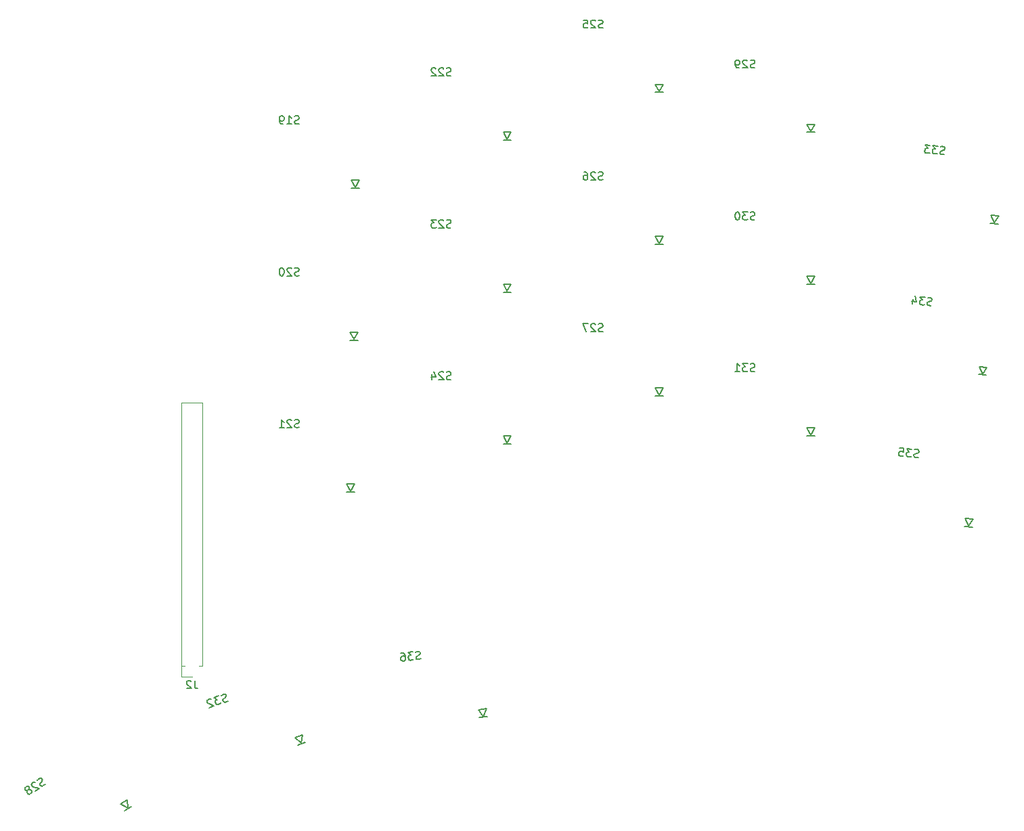
<source format=gbo>
G04 #@! TF.GenerationSoftware,KiCad,Pcbnew,7.0.7*
G04 #@! TF.CreationDate,2023-11-26T11:09:42-07:00*
G04 #@! TF.ProjectId,TypeStationX,54797065-5374-4617-9469-6f6e582e6b69,rev?*
G04 #@! TF.SameCoordinates,Original*
G04 #@! TF.FileFunction,Legend,Bot*
G04 #@! TF.FilePolarity,Positive*
%FSLAX46Y46*%
G04 Gerber Fmt 4.6, Leading zero omitted, Abs format (unit mm)*
G04 Created by KiCad (PCBNEW 7.0.7) date 2023-11-26 11:09:42*
%MOMM*%
%LPD*%
G01*
G04 APERTURE LIST*
G04 Aperture macros list*
%AMRotRect*
0 Rectangle, with rotation*
0 The origin of the aperture is its center*
0 $1 length*
0 $2 width*
0 $3 Rotation angle, in degrees counterclockwise*
0 Add horizontal line*
21,1,$1,$2,0,0,$3*%
G04 Aperture macros list end*
%ADD10C,0.150000*%
%ADD11C,0.120000*%
%ADD12C,1.750000*%
%ADD13C,4.000000*%
%ADD14C,2.500000*%
%ADD15R,1.300000X1.400000*%
%ADD16RotRect,1.400000X1.300000X276.000000*%
%ADD17RotRect,1.400000X1.300000X265.000000*%
%ADD18RotRect,1.400000X1.300000X289.000000*%
%ADD19R,1.700000X1.700000*%
%ADD20O,1.700000X1.700000*%
%ADD21RotRect,1.400000X1.300000X302.000000*%
G04 APERTURE END LIST*
D10*
X251694058Y-87106279D02*
X251551201Y-87153898D01*
X251551201Y-87153898D02*
X251313106Y-87153898D01*
X251313106Y-87153898D02*
X251217868Y-87106279D01*
X251217868Y-87106279D02*
X251170249Y-87058659D01*
X251170249Y-87058659D02*
X251122630Y-86963421D01*
X251122630Y-86963421D02*
X251122630Y-86868183D01*
X251122630Y-86868183D02*
X251170249Y-86772945D01*
X251170249Y-86772945D02*
X251217868Y-86725326D01*
X251217868Y-86725326D02*
X251313106Y-86677707D01*
X251313106Y-86677707D02*
X251503582Y-86630088D01*
X251503582Y-86630088D02*
X251598820Y-86582469D01*
X251598820Y-86582469D02*
X251646439Y-86534850D01*
X251646439Y-86534850D02*
X251694058Y-86439612D01*
X251694058Y-86439612D02*
X251694058Y-86344374D01*
X251694058Y-86344374D02*
X251646439Y-86249136D01*
X251646439Y-86249136D02*
X251598820Y-86201517D01*
X251598820Y-86201517D02*
X251503582Y-86153898D01*
X251503582Y-86153898D02*
X251265487Y-86153898D01*
X251265487Y-86153898D02*
X251122630Y-86201517D01*
X250789296Y-86153898D02*
X250170249Y-86153898D01*
X250170249Y-86153898D02*
X250503582Y-86534850D01*
X250503582Y-86534850D02*
X250360725Y-86534850D01*
X250360725Y-86534850D02*
X250265487Y-86582469D01*
X250265487Y-86582469D02*
X250217868Y-86630088D01*
X250217868Y-86630088D02*
X250170249Y-86725326D01*
X250170249Y-86725326D02*
X250170249Y-86963421D01*
X250170249Y-86963421D02*
X250217868Y-87058659D01*
X250217868Y-87058659D02*
X250265487Y-87106279D01*
X250265487Y-87106279D02*
X250360725Y-87153898D01*
X250360725Y-87153898D02*
X250646439Y-87153898D01*
X250646439Y-87153898D02*
X250741677Y-87106279D01*
X250741677Y-87106279D02*
X250789296Y-87058659D01*
X249217868Y-87153898D02*
X249789296Y-87153898D01*
X249503582Y-87153898D02*
X249503582Y-86153898D01*
X249503582Y-86153898D02*
X249598820Y-86296755D01*
X249598820Y-86296755D02*
X249694058Y-86391993D01*
X249694058Y-86391993D02*
X249789296Y-86439612D01*
X213694058Y-50106279D02*
X213551201Y-50153898D01*
X213551201Y-50153898D02*
X213313106Y-50153898D01*
X213313106Y-50153898D02*
X213217868Y-50106279D01*
X213217868Y-50106279D02*
X213170249Y-50058659D01*
X213170249Y-50058659D02*
X213122630Y-49963421D01*
X213122630Y-49963421D02*
X213122630Y-49868183D01*
X213122630Y-49868183D02*
X213170249Y-49772945D01*
X213170249Y-49772945D02*
X213217868Y-49725326D01*
X213217868Y-49725326D02*
X213313106Y-49677707D01*
X213313106Y-49677707D02*
X213503582Y-49630088D01*
X213503582Y-49630088D02*
X213598820Y-49582469D01*
X213598820Y-49582469D02*
X213646439Y-49534850D01*
X213646439Y-49534850D02*
X213694058Y-49439612D01*
X213694058Y-49439612D02*
X213694058Y-49344374D01*
X213694058Y-49344374D02*
X213646439Y-49249136D01*
X213646439Y-49249136D02*
X213598820Y-49201517D01*
X213598820Y-49201517D02*
X213503582Y-49153898D01*
X213503582Y-49153898D02*
X213265487Y-49153898D01*
X213265487Y-49153898D02*
X213122630Y-49201517D01*
X212741677Y-49249136D02*
X212694058Y-49201517D01*
X212694058Y-49201517D02*
X212598820Y-49153898D01*
X212598820Y-49153898D02*
X212360725Y-49153898D01*
X212360725Y-49153898D02*
X212265487Y-49201517D01*
X212265487Y-49201517D02*
X212217868Y-49249136D01*
X212217868Y-49249136D02*
X212170249Y-49344374D01*
X212170249Y-49344374D02*
X212170249Y-49439612D01*
X212170249Y-49439612D02*
X212217868Y-49582469D01*
X212217868Y-49582469D02*
X212789296Y-50153898D01*
X212789296Y-50153898D02*
X212170249Y-50153898D01*
X211789296Y-49249136D02*
X211741677Y-49201517D01*
X211741677Y-49201517D02*
X211646439Y-49153898D01*
X211646439Y-49153898D02*
X211408344Y-49153898D01*
X211408344Y-49153898D02*
X211313106Y-49201517D01*
X211313106Y-49201517D02*
X211265487Y-49249136D01*
X211265487Y-49249136D02*
X211217868Y-49344374D01*
X211217868Y-49344374D02*
X211217868Y-49439612D01*
X211217868Y-49439612D02*
X211265487Y-49582469D01*
X211265487Y-49582469D02*
X211836915Y-50153898D01*
X211836915Y-50153898D02*
X211217868Y-50153898D01*
X232694058Y-44106279D02*
X232551201Y-44153898D01*
X232551201Y-44153898D02*
X232313106Y-44153898D01*
X232313106Y-44153898D02*
X232217868Y-44106279D01*
X232217868Y-44106279D02*
X232170249Y-44058659D01*
X232170249Y-44058659D02*
X232122630Y-43963421D01*
X232122630Y-43963421D02*
X232122630Y-43868183D01*
X232122630Y-43868183D02*
X232170249Y-43772945D01*
X232170249Y-43772945D02*
X232217868Y-43725326D01*
X232217868Y-43725326D02*
X232313106Y-43677707D01*
X232313106Y-43677707D02*
X232503582Y-43630088D01*
X232503582Y-43630088D02*
X232598820Y-43582469D01*
X232598820Y-43582469D02*
X232646439Y-43534850D01*
X232646439Y-43534850D02*
X232694058Y-43439612D01*
X232694058Y-43439612D02*
X232694058Y-43344374D01*
X232694058Y-43344374D02*
X232646439Y-43249136D01*
X232646439Y-43249136D02*
X232598820Y-43201517D01*
X232598820Y-43201517D02*
X232503582Y-43153898D01*
X232503582Y-43153898D02*
X232265487Y-43153898D01*
X232265487Y-43153898D02*
X232122630Y-43201517D01*
X231741677Y-43249136D02*
X231694058Y-43201517D01*
X231694058Y-43201517D02*
X231598820Y-43153898D01*
X231598820Y-43153898D02*
X231360725Y-43153898D01*
X231360725Y-43153898D02*
X231265487Y-43201517D01*
X231265487Y-43201517D02*
X231217868Y-43249136D01*
X231217868Y-43249136D02*
X231170249Y-43344374D01*
X231170249Y-43344374D02*
X231170249Y-43439612D01*
X231170249Y-43439612D02*
X231217868Y-43582469D01*
X231217868Y-43582469D02*
X231789296Y-44153898D01*
X231789296Y-44153898D02*
X231170249Y-44153898D01*
X230265487Y-43153898D02*
X230741677Y-43153898D01*
X230741677Y-43153898D02*
X230789296Y-43630088D01*
X230789296Y-43630088D02*
X230741677Y-43582469D01*
X230741677Y-43582469D02*
X230646439Y-43534850D01*
X230646439Y-43534850D02*
X230408344Y-43534850D01*
X230408344Y-43534850D02*
X230313106Y-43582469D01*
X230313106Y-43582469D02*
X230265487Y-43630088D01*
X230265487Y-43630088D02*
X230217868Y-43725326D01*
X230217868Y-43725326D02*
X230217868Y-43963421D01*
X230217868Y-43963421D02*
X230265487Y-44058659D01*
X230265487Y-44058659D02*
X230313106Y-44106279D01*
X230313106Y-44106279D02*
X230408344Y-44153898D01*
X230408344Y-44153898D02*
X230646439Y-44153898D01*
X230646439Y-44153898D02*
X230741677Y-44106279D01*
X230741677Y-44106279D02*
X230789296Y-44058659D01*
X162906248Y-138746453D02*
X162810332Y-138862539D01*
X162810332Y-138862539D02*
X162608416Y-138988711D01*
X162608416Y-138988711D02*
X162502415Y-138998796D01*
X162502415Y-138998796D02*
X162436798Y-138983647D01*
X162436798Y-138983647D02*
X162345946Y-138928115D01*
X162345946Y-138928115D02*
X162295477Y-138847348D01*
X162295477Y-138847348D02*
X162285392Y-138741347D01*
X162285392Y-138741347D02*
X162300541Y-138675730D01*
X162300541Y-138675730D02*
X162356073Y-138584878D01*
X162356073Y-138584878D02*
X162492372Y-138443558D01*
X162492372Y-138443558D02*
X162547904Y-138352706D01*
X162547904Y-138352706D02*
X162563053Y-138287089D01*
X162563053Y-138287089D02*
X162552968Y-138181088D01*
X162552968Y-138181088D02*
X162502500Y-138100322D01*
X162502500Y-138100322D02*
X162411648Y-138044789D01*
X162411648Y-138044789D02*
X162346030Y-138029640D01*
X162346030Y-138029640D02*
X162240030Y-138039726D01*
X162240030Y-138039726D02*
X162038113Y-138165897D01*
X162038113Y-138165897D02*
X161942198Y-138281983D01*
X161644366Y-138524240D02*
X161578749Y-138509091D01*
X161578749Y-138509091D02*
X161472748Y-138519176D01*
X161472748Y-138519176D02*
X161270832Y-138645348D01*
X161270832Y-138645348D02*
X161215299Y-138736199D01*
X161215299Y-138736199D02*
X161200150Y-138801817D01*
X161200150Y-138801817D02*
X161210236Y-138907818D01*
X161210236Y-138907818D02*
X161260704Y-138988584D01*
X161260704Y-138988584D02*
X161376790Y-139084500D01*
X161376790Y-139084500D02*
X162164200Y-139266287D01*
X162164200Y-139266287D02*
X161639218Y-139594333D01*
X160851808Y-139412545D02*
X160907340Y-139321693D01*
X160907340Y-139321693D02*
X160922489Y-139256076D01*
X160922489Y-139256076D02*
X160912404Y-139150075D01*
X160912404Y-139150075D02*
X160887170Y-139109692D01*
X160887170Y-139109692D02*
X160796318Y-139054159D01*
X160796318Y-139054159D02*
X160730701Y-139039010D01*
X160730701Y-139039010D02*
X160624700Y-139049096D01*
X160624700Y-139049096D02*
X160463167Y-139150033D01*
X160463167Y-139150033D02*
X160407635Y-139240884D01*
X160407635Y-139240884D02*
X160392486Y-139306502D01*
X160392486Y-139306502D02*
X160402571Y-139412503D01*
X160402571Y-139412503D02*
X160427805Y-139452886D01*
X160427805Y-139452886D02*
X160518657Y-139508418D01*
X160518657Y-139508418D02*
X160584274Y-139523567D01*
X160584274Y-139523567D02*
X160690275Y-139513482D01*
X160690275Y-139513482D02*
X160851808Y-139412545D01*
X160851808Y-139412545D02*
X160957809Y-139402460D01*
X160957809Y-139402460D02*
X161023426Y-139417609D01*
X161023426Y-139417609D02*
X161114278Y-139473141D01*
X161114278Y-139473141D02*
X161215215Y-139634674D01*
X161215215Y-139634674D02*
X161225300Y-139740674D01*
X161225300Y-139740674D02*
X161210151Y-139806292D01*
X161210151Y-139806292D02*
X161154619Y-139897144D01*
X161154619Y-139897144D02*
X160993086Y-139998081D01*
X160993086Y-139998081D02*
X160887085Y-140008166D01*
X160887085Y-140008166D02*
X160821468Y-139993017D01*
X160821468Y-139993017D02*
X160730616Y-139937485D01*
X160730616Y-139937485D02*
X160629679Y-139775952D01*
X160629679Y-139775952D02*
X160619594Y-139669951D01*
X160619594Y-139669951D02*
X160634743Y-139604334D01*
X160634743Y-139604334D02*
X160690275Y-139513482D01*
X273795261Y-78858072D02*
X273648797Y-78893059D01*
X273648797Y-78893059D02*
X273411608Y-78872308D01*
X273411608Y-78872308D02*
X273320883Y-78816569D01*
X273320883Y-78816569D02*
X273277595Y-78764981D01*
X273277595Y-78764981D02*
X273238458Y-78665955D01*
X273238458Y-78665955D02*
X273246758Y-78571080D01*
X273246758Y-78571080D02*
X273302497Y-78480354D01*
X273302497Y-78480354D02*
X273354085Y-78437067D01*
X273354085Y-78437067D02*
X273453111Y-78397929D01*
X273453111Y-78397929D02*
X273647013Y-78367093D01*
X273647013Y-78367093D02*
X273746038Y-78327955D01*
X273746038Y-78327955D02*
X273797627Y-78284668D01*
X273797627Y-78284668D02*
X273853365Y-78193942D01*
X273853365Y-78193942D02*
X273861666Y-78099067D01*
X273861666Y-78099067D02*
X273822528Y-78000041D01*
X273822528Y-78000041D02*
X273779241Y-77948452D01*
X273779241Y-77948452D02*
X273688515Y-77892714D01*
X273688515Y-77892714D02*
X273451326Y-77871963D01*
X273451326Y-77871963D02*
X273304862Y-77906950D01*
X272976948Y-77830460D02*
X272360256Y-77776506D01*
X272360256Y-77776506D02*
X272659118Y-78185061D01*
X272659118Y-78185061D02*
X272516805Y-78172610D01*
X272516805Y-78172610D02*
X272417779Y-78211748D01*
X272417779Y-78211748D02*
X272366191Y-78255035D01*
X272366191Y-78255035D02*
X272310452Y-78345761D01*
X272310452Y-78345761D02*
X272289701Y-78582950D01*
X272289701Y-78582950D02*
X272328838Y-78681976D01*
X272328838Y-78681976D02*
X272372126Y-78733564D01*
X272372126Y-78733564D02*
X272462851Y-78789302D01*
X272462851Y-78789302D02*
X272747478Y-78814204D01*
X272747478Y-78814204D02*
X272846504Y-78775067D01*
X272846504Y-78775067D02*
X272898092Y-78731779D01*
X271477322Y-78033866D02*
X271419219Y-78697996D01*
X271747714Y-77675115D02*
X271922649Y-78407434D01*
X271922649Y-78407434D02*
X271305957Y-78353480D01*
X213694058Y-69106279D02*
X213551201Y-69153898D01*
X213551201Y-69153898D02*
X213313106Y-69153898D01*
X213313106Y-69153898D02*
X213217868Y-69106279D01*
X213217868Y-69106279D02*
X213170249Y-69058659D01*
X213170249Y-69058659D02*
X213122630Y-68963421D01*
X213122630Y-68963421D02*
X213122630Y-68868183D01*
X213122630Y-68868183D02*
X213170249Y-68772945D01*
X213170249Y-68772945D02*
X213217868Y-68725326D01*
X213217868Y-68725326D02*
X213313106Y-68677707D01*
X213313106Y-68677707D02*
X213503582Y-68630088D01*
X213503582Y-68630088D02*
X213598820Y-68582469D01*
X213598820Y-68582469D02*
X213646439Y-68534850D01*
X213646439Y-68534850D02*
X213694058Y-68439612D01*
X213694058Y-68439612D02*
X213694058Y-68344374D01*
X213694058Y-68344374D02*
X213646439Y-68249136D01*
X213646439Y-68249136D02*
X213598820Y-68201517D01*
X213598820Y-68201517D02*
X213503582Y-68153898D01*
X213503582Y-68153898D02*
X213265487Y-68153898D01*
X213265487Y-68153898D02*
X213122630Y-68201517D01*
X212741677Y-68249136D02*
X212694058Y-68201517D01*
X212694058Y-68201517D02*
X212598820Y-68153898D01*
X212598820Y-68153898D02*
X212360725Y-68153898D01*
X212360725Y-68153898D02*
X212265487Y-68201517D01*
X212265487Y-68201517D02*
X212217868Y-68249136D01*
X212217868Y-68249136D02*
X212170249Y-68344374D01*
X212170249Y-68344374D02*
X212170249Y-68439612D01*
X212170249Y-68439612D02*
X212217868Y-68582469D01*
X212217868Y-68582469D02*
X212789296Y-69153898D01*
X212789296Y-69153898D02*
X212170249Y-69153898D01*
X211836915Y-68153898D02*
X211217868Y-68153898D01*
X211217868Y-68153898D02*
X211551201Y-68534850D01*
X211551201Y-68534850D02*
X211408344Y-68534850D01*
X211408344Y-68534850D02*
X211313106Y-68582469D01*
X211313106Y-68582469D02*
X211265487Y-68630088D01*
X211265487Y-68630088D02*
X211217868Y-68725326D01*
X211217868Y-68725326D02*
X211217868Y-68963421D01*
X211217868Y-68963421D02*
X211265487Y-69058659D01*
X211265487Y-69058659D02*
X211313106Y-69106279D01*
X211313106Y-69106279D02*
X211408344Y-69153898D01*
X211408344Y-69153898D02*
X211694058Y-69153898D01*
X211694058Y-69153898D02*
X211789296Y-69106279D01*
X211789296Y-69106279D02*
X211836915Y-69058659D01*
X251694058Y-68106279D02*
X251551201Y-68153898D01*
X251551201Y-68153898D02*
X251313106Y-68153898D01*
X251313106Y-68153898D02*
X251217868Y-68106279D01*
X251217868Y-68106279D02*
X251170249Y-68058659D01*
X251170249Y-68058659D02*
X251122630Y-67963421D01*
X251122630Y-67963421D02*
X251122630Y-67868183D01*
X251122630Y-67868183D02*
X251170249Y-67772945D01*
X251170249Y-67772945D02*
X251217868Y-67725326D01*
X251217868Y-67725326D02*
X251313106Y-67677707D01*
X251313106Y-67677707D02*
X251503582Y-67630088D01*
X251503582Y-67630088D02*
X251598820Y-67582469D01*
X251598820Y-67582469D02*
X251646439Y-67534850D01*
X251646439Y-67534850D02*
X251694058Y-67439612D01*
X251694058Y-67439612D02*
X251694058Y-67344374D01*
X251694058Y-67344374D02*
X251646439Y-67249136D01*
X251646439Y-67249136D02*
X251598820Y-67201517D01*
X251598820Y-67201517D02*
X251503582Y-67153898D01*
X251503582Y-67153898D02*
X251265487Y-67153898D01*
X251265487Y-67153898D02*
X251122630Y-67201517D01*
X250789296Y-67153898D02*
X250170249Y-67153898D01*
X250170249Y-67153898D02*
X250503582Y-67534850D01*
X250503582Y-67534850D02*
X250360725Y-67534850D01*
X250360725Y-67534850D02*
X250265487Y-67582469D01*
X250265487Y-67582469D02*
X250217868Y-67630088D01*
X250217868Y-67630088D02*
X250170249Y-67725326D01*
X250170249Y-67725326D02*
X250170249Y-67963421D01*
X250170249Y-67963421D02*
X250217868Y-68058659D01*
X250217868Y-68058659D02*
X250265487Y-68106279D01*
X250265487Y-68106279D02*
X250360725Y-68153898D01*
X250360725Y-68153898D02*
X250646439Y-68153898D01*
X250646439Y-68153898D02*
X250741677Y-68106279D01*
X250741677Y-68106279D02*
X250789296Y-68058659D01*
X249551201Y-67153898D02*
X249455963Y-67153898D01*
X249455963Y-67153898D02*
X249360725Y-67201517D01*
X249360725Y-67201517D02*
X249313106Y-67249136D01*
X249313106Y-67249136D02*
X249265487Y-67344374D01*
X249265487Y-67344374D02*
X249217868Y-67534850D01*
X249217868Y-67534850D02*
X249217868Y-67772945D01*
X249217868Y-67772945D02*
X249265487Y-67963421D01*
X249265487Y-67963421D02*
X249313106Y-68058659D01*
X249313106Y-68058659D02*
X249360725Y-68106279D01*
X249360725Y-68106279D02*
X249455963Y-68153898D01*
X249455963Y-68153898D02*
X249551201Y-68153898D01*
X249551201Y-68153898D02*
X249646439Y-68106279D01*
X249646439Y-68106279D02*
X249694058Y-68058659D01*
X249694058Y-68058659D02*
X249741677Y-67963421D01*
X249741677Y-67963421D02*
X249789296Y-67772945D01*
X249789296Y-67772945D02*
X249789296Y-67534850D01*
X249789296Y-67534850D02*
X249741677Y-67344374D01*
X249741677Y-67344374D02*
X249694058Y-67249136D01*
X249694058Y-67249136D02*
X249646439Y-67201517D01*
X249646439Y-67201517D02*
X249551201Y-67153898D01*
X194694056Y-56106279D02*
X194551199Y-56153898D01*
X194551199Y-56153898D02*
X194313104Y-56153898D01*
X194313104Y-56153898D02*
X194217866Y-56106279D01*
X194217866Y-56106279D02*
X194170247Y-56058659D01*
X194170247Y-56058659D02*
X194122628Y-55963421D01*
X194122628Y-55963421D02*
X194122628Y-55868183D01*
X194122628Y-55868183D02*
X194170247Y-55772945D01*
X194170247Y-55772945D02*
X194217866Y-55725326D01*
X194217866Y-55725326D02*
X194313104Y-55677707D01*
X194313104Y-55677707D02*
X194503580Y-55630088D01*
X194503580Y-55630088D02*
X194598818Y-55582469D01*
X194598818Y-55582469D02*
X194646437Y-55534850D01*
X194646437Y-55534850D02*
X194694056Y-55439612D01*
X194694056Y-55439612D02*
X194694056Y-55344374D01*
X194694056Y-55344374D02*
X194646437Y-55249136D01*
X194646437Y-55249136D02*
X194598818Y-55201517D01*
X194598818Y-55201517D02*
X194503580Y-55153898D01*
X194503580Y-55153898D02*
X194265485Y-55153898D01*
X194265485Y-55153898D02*
X194122628Y-55201517D01*
X193170247Y-56153898D02*
X193741675Y-56153898D01*
X193455961Y-56153898D02*
X193455961Y-55153898D01*
X193455961Y-55153898D02*
X193551199Y-55296755D01*
X193551199Y-55296755D02*
X193646437Y-55391993D01*
X193646437Y-55391993D02*
X193741675Y-55439612D01*
X192694056Y-56153898D02*
X192503580Y-56153898D01*
X192503580Y-56153898D02*
X192408342Y-56106279D01*
X192408342Y-56106279D02*
X192360723Y-56058659D01*
X192360723Y-56058659D02*
X192265485Y-55915802D01*
X192265485Y-55915802D02*
X192217866Y-55725326D01*
X192217866Y-55725326D02*
X192217866Y-55344374D01*
X192217866Y-55344374D02*
X192265485Y-55249136D01*
X192265485Y-55249136D02*
X192313104Y-55201517D01*
X192313104Y-55201517D02*
X192408342Y-55153898D01*
X192408342Y-55153898D02*
X192598818Y-55153898D01*
X192598818Y-55153898D02*
X192694056Y-55201517D01*
X192694056Y-55201517D02*
X192741675Y-55249136D01*
X192741675Y-55249136D02*
X192789294Y-55344374D01*
X192789294Y-55344374D02*
X192789294Y-55582469D01*
X192789294Y-55582469D02*
X192741675Y-55677707D01*
X192741675Y-55677707D02*
X192694056Y-55725326D01*
X192694056Y-55725326D02*
X192598818Y-55772945D01*
X192598818Y-55772945D02*
X192408342Y-55772945D01*
X192408342Y-55772945D02*
X192313104Y-55725326D01*
X192313104Y-55725326D02*
X192265485Y-55677707D01*
X192265485Y-55677707D02*
X192217866Y-55582469D01*
X232694058Y-63106279D02*
X232551201Y-63153898D01*
X232551201Y-63153898D02*
X232313106Y-63153898D01*
X232313106Y-63153898D02*
X232217868Y-63106279D01*
X232217868Y-63106279D02*
X232170249Y-63058659D01*
X232170249Y-63058659D02*
X232122630Y-62963421D01*
X232122630Y-62963421D02*
X232122630Y-62868183D01*
X232122630Y-62868183D02*
X232170249Y-62772945D01*
X232170249Y-62772945D02*
X232217868Y-62725326D01*
X232217868Y-62725326D02*
X232313106Y-62677707D01*
X232313106Y-62677707D02*
X232503582Y-62630088D01*
X232503582Y-62630088D02*
X232598820Y-62582469D01*
X232598820Y-62582469D02*
X232646439Y-62534850D01*
X232646439Y-62534850D02*
X232694058Y-62439612D01*
X232694058Y-62439612D02*
X232694058Y-62344374D01*
X232694058Y-62344374D02*
X232646439Y-62249136D01*
X232646439Y-62249136D02*
X232598820Y-62201517D01*
X232598820Y-62201517D02*
X232503582Y-62153898D01*
X232503582Y-62153898D02*
X232265487Y-62153898D01*
X232265487Y-62153898D02*
X232122630Y-62201517D01*
X231741677Y-62249136D02*
X231694058Y-62201517D01*
X231694058Y-62201517D02*
X231598820Y-62153898D01*
X231598820Y-62153898D02*
X231360725Y-62153898D01*
X231360725Y-62153898D02*
X231265487Y-62201517D01*
X231265487Y-62201517D02*
X231217868Y-62249136D01*
X231217868Y-62249136D02*
X231170249Y-62344374D01*
X231170249Y-62344374D02*
X231170249Y-62439612D01*
X231170249Y-62439612D02*
X231217868Y-62582469D01*
X231217868Y-62582469D02*
X231789296Y-63153898D01*
X231789296Y-63153898D02*
X231170249Y-63153898D01*
X230313106Y-62153898D02*
X230503582Y-62153898D01*
X230503582Y-62153898D02*
X230598820Y-62201517D01*
X230598820Y-62201517D02*
X230646439Y-62249136D01*
X230646439Y-62249136D02*
X230741677Y-62391993D01*
X230741677Y-62391993D02*
X230789296Y-62582469D01*
X230789296Y-62582469D02*
X230789296Y-62963421D01*
X230789296Y-62963421D02*
X230741677Y-63058659D01*
X230741677Y-63058659D02*
X230694058Y-63106279D01*
X230694058Y-63106279D02*
X230598820Y-63153898D01*
X230598820Y-63153898D02*
X230408344Y-63153898D01*
X230408344Y-63153898D02*
X230313106Y-63106279D01*
X230313106Y-63106279D02*
X230265487Y-63058659D01*
X230265487Y-63058659D02*
X230217868Y-62963421D01*
X230217868Y-62963421D02*
X230217868Y-62725326D01*
X230217868Y-62725326D02*
X230265487Y-62630088D01*
X230265487Y-62630088D02*
X230313106Y-62582469D01*
X230313106Y-62582469D02*
X230408344Y-62534850D01*
X230408344Y-62534850D02*
X230598820Y-62534850D01*
X230598820Y-62534850D02*
X230694058Y-62582469D01*
X230694058Y-62582469D02*
X230741677Y-62630088D01*
X230741677Y-62630088D02*
X230789296Y-62725326D01*
X194694056Y-94106279D02*
X194551199Y-94153898D01*
X194551199Y-94153898D02*
X194313104Y-94153898D01*
X194313104Y-94153898D02*
X194217866Y-94106279D01*
X194217866Y-94106279D02*
X194170247Y-94058659D01*
X194170247Y-94058659D02*
X194122628Y-93963421D01*
X194122628Y-93963421D02*
X194122628Y-93868183D01*
X194122628Y-93868183D02*
X194170247Y-93772945D01*
X194170247Y-93772945D02*
X194217866Y-93725326D01*
X194217866Y-93725326D02*
X194313104Y-93677707D01*
X194313104Y-93677707D02*
X194503580Y-93630088D01*
X194503580Y-93630088D02*
X194598818Y-93582469D01*
X194598818Y-93582469D02*
X194646437Y-93534850D01*
X194646437Y-93534850D02*
X194694056Y-93439612D01*
X194694056Y-93439612D02*
X194694056Y-93344374D01*
X194694056Y-93344374D02*
X194646437Y-93249136D01*
X194646437Y-93249136D02*
X194598818Y-93201517D01*
X194598818Y-93201517D02*
X194503580Y-93153898D01*
X194503580Y-93153898D02*
X194265485Y-93153898D01*
X194265485Y-93153898D02*
X194122628Y-93201517D01*
X193741675Y-93249136D02*
X193694056Y-93201517D01*
X193694056Y-93201517D02*
X193598818Y-93153898D01*
X193598818Y-93153898D02*
X193360723Y-93153898D01*
X193360723Y-93153898D02*
X193265485Y-93201517D01*
X193265485Y-93201517D02*
X193217866Y-93249136D01*
X193217866Y-93249136D02*
X193170247Y-93344374D01*
X193170247Y-93344374D02*
X193170247Y-93439612D01*
X193170247Y-93439612D02*
X193217866Y-93582469D01*
X193217866Y-93582469D02*
X193789294Y-94153898D01*
X193789294Y-94153898D02*
X193170247Y-94153898D01*
X192217866Y-94153898D02*
X192789294Y-94153898D01*
X192503580Y-94153898D02*
X192503580Y-93153898D01*
X192503580Y-93153898D02*
X192598818Y-93296755D01*
X192598818Y-93296755D02*
X192694056Y-93391993D01*
X192694056Y-93391993D02*
X192789294Y-93439612D01*
X185762010Y-128321775D02*
X185642440Y-128413310D01*
X185642440Y-128413310D02*
X185417316Y-128490826D01*
X185417316Y-128490826D02*
X185311764Y-128476808D01*
X185311764Y-128476808D02*
X185251236Y-128447286D01*
X185251236Y-128447286D02*
X185175204Y-128372740D01*
X185175204Y-128372740D02*
X185144198Y-128282691D01*
X185144198Y-128282691D02*
X185158216Y-128177138D01*
X185158216Y-128177138D02*
X185187738Y-128116610D01*
X185187738Y-128116610D02*
X185262284Y-128040579D01*
X185262284Y-128040579D02*
X185426879Y-127933541D01*
X185426879Y-127933541D02*
X185501425Y-127857510D01*
X185501425Y-127857510D02*
X185530947Y-127796982D01*
X185530947Y-127796982D02*
X185544965Y-127691430D01*
X185544965Y-127691430D02*
X185513959Y-127601380D01*
X185513959Y-127601380D02*
X185437927Y-127526834D01*
X185437927Y-127526834D02*
X185377399Y-127497313D01*
X185377399Y-127497313D02*
X185271847Y-127483295D01*
X185271847Y-127483295D02*
X185046723Y-127560811D01*
X185046723Y-127560811D02*
X184927153Y-127652345D01*
X184596476Y-127715843D02*
X184011155Y-127917385D01*
X184011155Y-127917385D02*
X184450354Y-128169060D01*
X184450354Y-128169060D02*
X184315280Y-128215570D01*
X184315280Y-128215570D02*
X184240734Y-128291601D01*
X184240734Y-128291601D02*
X184211212Y-128352129D01*
X184211212Y-128352129D02*
X184197194Y-128457682D01*
X184197194Y-128457682D02*
X184274711Y-128682805D01*
X184274711Y-128682805D02*
X184350742Y-128757351D01*
X184350742Y-128757351D02*
X184411270Y-128786873D01*
X184411270Y-128786873D02*
X184516822Y-128800891D01*
X184516822Y-128800891D02*
X184786970Y-128707872D01*
X184786970Y-128707872D02*
X184861517Y-128631840D01*
X184861517Y-128631840D02*
X184891038Y-128571312D01*
X183681964Y-128131461D02*
X183621436Y-128101939D01*
X183621436Y-128101939D02*
X183515884Y-128087921D01*
X183515884Y-128087921D02*
X183290760Y-128165437D01*
X183290760Y-128165437D02*
X183216214Y-128241469D01*
X183216214Y-128241469D02*
X183186693Y-128301996D01*
X183186693Y-128301996D02*
X183172674Y-128407549D01*
X183172674Y-128407549D02*
X183203681Y-128497598D01*
X183203681Y-128497598D02*
X183295215Y-128617169D01*
X183295215Y-128617169D02*
X184021551Y-128971427D01*
X184021551Y-128971427D02*
X183436230Y-129172969D01*
X232694058Y-82106279D02*
X232551201Y-82153898D01*
X232551201Y-82153898D02*
X232313106Y-82153898D01*
X232313106Y-82153898D02*
X232217868Y-82106279D01*
X232217868Y-82106279D02*
X232170249Y-82058659D01*
X232170249Y-82058659D02*
X232122630Y-81963421D01*
X232122630Y-81963421D02*
X232122630Y-81868183D01*
X232122630Y-81868183D02*
X232170249Y-81772945D01*
X232170249Y-81772945D02*
X232217868Y-81725326D01*
X232217868Y-81725326D02*
X232313106Y-81677707D01*
X232313106Y-81677707D02*
X232503582Y-81630088D01*
X232503582Y-81630088D02*
X232598820Y-81582469D01*
X232598820Y-81582469D02*
X232646439Y-81534850D01*
X232646439Y-81534850D02*
X232694058Y-81439612D01*
X232694058Y-81439612D02*
X232694058Y-81344374D01*
X232694058Y-81344374D02*
X232646439Y-81249136D01*
X232646439Y-81249136D02*
X232598820Y-81201517D01*
X232598820Y-81201517D02*
X232503582Y-81153898D01*
X232503582Y-81153898D02*
X232265487Y-81153898D01*
X232265487Y-81153898D02*
X232122630Y-81201517D01*
X231741677Y-81249136D02*
X231694058Y-81201517D01*
X231694058Y-81201517D02*
X231598820Y-81153898D01*
X231598820Y-81153898D02*
X231360725Y-81153898D01*
X231360725Y-81153898D02*
X231265487Y-81201517D01*
X231265487Y-81201517D02*
X231217868Y-81249136D01*
X231217868Y-81249136D02*
X231170249Y-81344374D01*
X231170249Y-81344374D02*
X231170249Y-81439612D01*
X231170249Y-81439612D02*
X231217868Y-81582469D01*
X231217868Y-81582469D02*
X231789296Y-82153898D01*
X231789296Y-82153898D02*
X231170249Y-82153898D01*
X230836915Y-81153898D02*
X230170249Y-81153898D01*
X230170249Y-81153898D02*
X230598820Y-82153898D01*
X272147245Y-97855491D02*
X272000781Y-97890478D01*
X272000781Y-97890478D02*
X271763592Y-97869727D01*
X271763592Y-97869727D02*
X271672867Y-97813988D01*
X271672867Y-97813988D02*
X271629579Y-97762400D01*
X271629579Y-97762400D02*
X271590442Y-97663374D01*
X271590442Y-97663374D02*
X271598742Y-97568499D01*
X271598742Y-97568499D02*
X271654481Y-97477773D01*
X271654481Y-97477773D02*
X271706069Y-97434486D01*
X271706069Y-97434486D02*
X271805095Y-97395348D01*
X271805095Y-97395348D02*
X271998997Y-97364512D01*
X271998997Y-97364512D02*
X272098022Y-97325374D01*
X272098022Y-97325374D02*
X272149611Y-97282087D01*
X272149611Y-97282087D02*
X272205349Y-97191361D01*
X272205349Y-97191361D02*
X272213650Y-97096486D01*
X272213650Y-97096486D02*
X272174512Y-96997460D01*
X272174512Y-96997460D02*
X272131225Y-96945871D01*
X272131225Y-96945871D02*
X272040499Y-96890133D01*
X272040499Y-96890133D02*
X271803310Y-96869382D01*
X271803310Y-96869382D02*
X271656846Y-96904369D01*
X271328932Y-96827879D02*
X270712240Y-96773925D01*
X270712240Y-96773925D02*
X271011102Y-97182480D01*
X271011102Y-97182480D02*
X270868789Y-97170029D01*
X270868789Y-97170029D02*
X270769763Y-97209167D01*
X270769763Y-97209167D02*
X270718175Y-97252454D01*
X270718175Y-97252454D02*
X270662436Y-97343180D01*
X270662436Y-97343180D02*
X270641685Y-97580369D01*
X270641685Y-97580369D02*
X270680822Y-97679395D01*
X270680822Y-97679395D02*
X270724110Y-97730983D01*
X270724110Y-97730983D02*
X270814835Y-97786721D01*
X270814835Y-97786721D02*
X271099462Y-97811623D01*
X271099462Y-97811623D02*
X271198488Y-97772486D01*
X271198488Y-97772486D02*
X271250076Y-97729198D01*
X269810921Y-96695070D02*
X270285299Y-96736573D01*
X270285299Y-96736573D02*
X270291234Y-97215102D01*
X270291234Y-97215102D02*
X270247947Y-97163514D01*
X270247947Y-97163514D02*
X270157221Y-97107775D01*
X270157221Y-97107775D02*
X269920032Y-97087024D01*
X269920032Y-97087024D02*
X269821006Y-97126161D01*
X269821006Y-97126161D02*
X269769418Y-97169449D01*
X269769418Y-97169449D02*
X269713679Y-97260174D01*
X269713679Y-97260174D02*
X269692928Y-97497363D01*
X269692928Y-97497363D02*
X269732065Y-97596389D01*
X269732065Y-97596389D02*
X269775353Y-97647977D01*
X269775353Y-97647977D02*
X269866078Y-97703716D01*
X269866078Y-97703716D02*
X270103268Y-97724467D01*
X270103268Y-97724467D02*
X270202294Y-97685330D01*
X270202294Y-97685330D02*
X270253882Y-97642042D01*
X194694056Y-75106279D02*
X194551199Y-75153898D01*
X194551199Y-75153898D02*
X194313104Y-75153898D01*
X194313104Y-75153898D02*
X194217866Y-75106279D01*
X194217866Y-75106279D02*
X194170247Y-75058659D01*
X194170247Y-75058659D02*
X194122628Y-74963421D01*
X194122628Y-74963421D02*
X194122628Y-74868183D01*
X194122628Y-74868183D02*
X194170247Y-74772945D01*
X194170247Y-74772945D02*
X194217866Y-74725326D01*
X194217866Y-74725326D02*
X194313104Y-74677707D01*
X194313104Y-74677707D02*
X194503580Y-74630088D01*
X194503580Y-74630088D02*
X194598818Y-74582469D01*
X194598818Y-74582469D02*
X194646437Y-74534850D01*
X194646437Y-74534850D02*
X194694056Y-74439612D01*
X194694056Y-74439612D02*
X194694056Y-74344374D01*
X194694056Y-74344374D02*
X194646437Y-74249136D01*
X194646437Y-74249136D02*
X194598818Y-74201517D01*
X194598818Y-74201517D02*
X194503580Y-74153898D01*
X194503580Y-74153898D02*
X194265485Y-74153898D01*
X194265485Y-74153898D02*
X194122628Y-74201517D01*
X193741675Y-74249136D02*
X193694056Y-74201517D01*
X193694056Y-74201517D02*
X193598818Y-74153898D01*
X193598818Y-74153898D02*
X193360723Y-74153898D01*
X193360723Y-74153898D02*
X193265485Y-74201517D01*
X193265485Y-74201517D02*
X193217866Y-74249136D01*
X193217866Y-74249136D02*
X193170247Y-74344374D01*
X193170247Y-74344374D02*
X193170247Y-74439612D01*
X193170247Y-74439612D02*
X193217866Y-74582469D01*
X193217866Y-74582469D02*
X193789294Y-75153898D01*
X193789294Y-75153898D02*
X193170247Y-75153898D01*
X192551199Y-74153898D02*
X192455961Y-74153898D01*
X192455961Y-74153898D02*
X192360723Y-74201517D01*
X192360723Y-74201517D02*
X192313104Y-74249136D01*
X192313104Y-74249136D02*
X192265485Y-74344374D01*
X192265485Y-74344374D02*
X192217866Y-74534850D01*
X192217866Y-74534850D02*
X192217866Y-74772945D01*
X192217866Y-74772945D02*
X192265485Y-74963421D01*
X192265485Y-74963421D02*
X192313104Y-75058659D01*
X192313104Y-75058659D02*
X192360723Y-75106279D01*
X192360723Y-75106279D02*
X192455961Y-75153898D01*
X192455961Y-75153898D02*
X192551199Y-75153898D01*
X192551199Y-75153898D02*
X192646437Y-75106279D01*
X192646437Y-75106279D02*
X192694056Y-75058659D01*
X192694056Y-75058659D02*
X192741675Y-74963421D01*
X192741675Y-74963421D02*
X192789294Y-74772945D01*
X192789294Y-74772945D02*
X192789294Y-74534850D01*
X192789294Y-74534850D02*
X192741675Y-74344374D01*
X192741675Y-74344374D02*
X192694056Y-74249136D01*
X192694056Y-74249136D02*
X192646437Y-74201517D01*
X192646437Y-74201517D02*
X192551199Y-74153898D01*
X251694058Y-49106279D02*
X251551201Y-49153898D01*
X251551201Y-49153898D02*
X251313106Y-49153898D01*
X251313106Y-49153898D02*
X251217868Y-49106279D01*
X251217868Y-49106279D02*
X251170249Y-49058659D01*
X251170249Y-49058659D02*
X251122630Y-48963421D01*
X251122630Y-48963421D02*
X251122630Y-48868183D01*
X251122630Y-48868183D02*
X251170249Y-48772945D01*
X251170249Y-48772945D02*
X251217868Y-48725326D01*
X251217868Y-48725326D02*
X251313106Y-48677707D01*
X251313106Y-48677707D02*
X251503582Y-48630088D01*
X251503582Y-48630088D02*
X251598820Y-48582469D01*
X251598820Y-48582469D02*
X251646439Y-48534850D01*
X251646439Y-48534850D02*
X251694058Y-48439612D01*
X251694058Y-48439612D02*
X251694058Y-48344374D01*
X251694058Y-48344374D02*
X251646439Y-48249136D01*
X251646439Y-48249136D02*
X251598820Y-48201517D01*
X251598820Y-48201517D02*
X251503582Y-48153898D01*
X251503582Y-48153898D02*
X251265487Y-48153898D01*
X251265487Y-48153898D02*
X251122630Y-48201517D01*
X250741677Y-48249136D02*
X250694058Y-48201517D01*
X250694058Y-48201517D02*
X250598820Y-48153898D01*
X250598820Y-48153898D02*
X250360725Y-48153898D01*
X250360725Y-48153898D02*
X250265487Y-48201517D01*
X250265487Y-48201517D02*
X250217868Y-48249136D01*
X250217868Y-48249136D02*
X250170249Y-48344374D01*
X250170249Y-48344374D02*
X250170249Y-48439612D01*
X250170249Y-48439612D02*
X250217868Y-48582469D01*
X250217868Y-48582469D02*
X250789296Y-49153898D01*
X250789296Y-49153898D02*
X250170249Y-49153898D01*
X249694058Y-49153898D02*
X249503582Y-49153898D01*
X249503582Y-49153898D02*
X249408344Y-49106279D01*
X249408344Y-49106279D02*
X249360725Y-49058659D01*
X249360725Y-49058659D02*
X249265487Y-48915802D01*
X249265487Y-48915802D02*
X249217868Y-48725326D01*
X249217868Y-48725326D02*
X249217868Y-48344374D01*
X249217868Y-48344374D02*
X249265487Y-48249136D01*
X249265487Y-48249136D02*
X249313106Y-48201517D01*
X249313106Y-48201517D02*
X249408344Y-48153898D01*
X249408344Y-48153898D02*
X249598820Y-48153898D01*
X249598820Y-48153898D02*
X249694058Y-48201517D01*
X249694058Y-48201517D02*
X249741677Y-48249136D01*
X249741677Y-48249136D02*
X249789296Y-48344374D01*
X249789296Y-48344374D02*
X249789296Y-48582469D01*
X249789296Y-48582469D02*
X249741677Y-48677707D01*
X249741677Y-48677707D02*
X249694058Y-48725326D01*
X249694058Y-48725326D02*
X249598820Y-48772945D01*
X249598820Y-48772945D02*
X249408344Y-48772945D01*
X249408344Y-48772945D02*
X249313106Y-48725326D01*
X249313106Y-48725326D02*
X249265487Y-48677707D01*
X249265487Y-48677707D02*
X249217868Y-48582469D01*
X275404486Y-59951971D02*
X275258022Y-59986958D01*
X275258022Y-59986958D02*
X275020833Y-59966207D01*
X275020833Y-59966207D02*
X274930108Y-59910468D01*
X274930108Y-59910468D02*
X274886820Y-59858880D01*
X274886820Y-59858880D02*
X274847683Y-59759854D01*
X274847683Y-59759854D02*
X274855983Y-59664979D01*
X274855983Y-59664979D02*
X274911722Y-59574253D01*
X274911722Y-59574253D02*
X274963310Y-59530966D01*
X274963310Y-59530966D02*
X275062336Y-59491828D01*
X275062336Y-59491828D02*
X275256238Y-59460992D01*
X275256238Y-59460992D02*
X275355263Y-59421854D01*
X275355263Y-59421854D02*
X275406852Y-59378567D01*
X275406852Y-59378567D02*
X275462590Y-59287841D01*
X275462590Y-59287841D02*
X275470891Y-59192966D01*
X275470891Y-59192966D02*
X275431753Y-59093940D01*
X275431753Y-59093940D02*
X275388466Y-59042351D01*
X275388466Y-59042351D02*
X275297740Y-58986613D01*
X275297740Y-58986613D02*
X275060551Y-58965862D01*
X275060551Y-58965862D02*
X274914087Y-59000849D01*
X274586173Y-58924359D02*
X273969481Y-58870405D01*
X273969481Y-58870405D02*
X274268343Y-59278960D01*
X274268343Y-59278960D02*
X274126030Y-59266509D01*
X274126030Y-59266509D02*
X274027004Y-59305647D01*
X274027004Y-59305647D02*
X273975416Y-59348934D01*
X273975416Y-59348934D02*
X273919677Y-59439660D01*
X273919677Y-59439660D02*
X273898926Y-59676849D01*
X273898926Y-59676849D02*
X273938063Y-59775875D01*
X273938063Y-59775875D02*
X273981351Y-59827463D01*
X273981351Y-59827463D02*
X274072076Y-59883201D01*
X274072076Y-59883201D02*
X274356703Y-59908103D01*
X274356703Y-59908103D02*
X274455729Y-59868966D01*
X274455729Y-59868966D02*
X274507317Y-59825678D01*
X273637416Y-58841354D02*
X273020724Y-58787400D01*
X273020724Y-58787400D02*
X273319586Y-59195955D01*
X273319586Y-59195955D02*
X273177273Y-59183504D01*
X273177273Y-59183504D02*
X273078247Y-59222641D01*
X273078247Y-59222641D02*
X273026659Y-59265929D01*
X273026659Y-59265929D02*
X272970920Y-59356654D01*
X272970920Y-59356654D02*
X272950169Y-59593843D01*
X272950169Y-59593843D02*
X272989306Y-59692869D01*
X272989306Y-59692869D02*
X273032594Y-59744457D01*
X273032594Y-59744457D02*
X273123319Y-59800196D01*
X273123319Y-59800196D02*
X273407946Y-59825097D01*
X273407946Y-59825097D02*
X273506972Y-59785960D01*
X273506972Y-59785960D02*
X273558560Y-59742673D01*
X209898679Y-123067979D02*
X209761582Y-123130269D01*
X209761582Y-123130269D02*
X209524791Y-123155157D01*
X209524791Y-123155157D02*
X209425097Y-123117754D01*
X209425097Y-123117754D02*
X209372761Y-123075373D01*
X209372761Y-123075373D02*
X209315448Y-122985635D01*
X209315448Y-122985635D02*
X209305493Y-122890918D01*
X209305493Y-122890918D02*
X209342896Y-122791224D01*
X209342896Y-122791224D02*
X209385277Y-122738889D01*
X209385277Y-122738889D02*
X209475015Y-122681575D01*
X209475015Y-122681575D02*
X209659471Y-122614307D01*
X209659471Y-122614307D02*
X209749210Y-122556994D01*
X209749210Y-122556994D02*
X209791590Y-122504658D01*
X209791590Y-122504658D02*
X209828993Y-122404964D01*
X209828993Y-122404964D02*
X209819038Y-122310248D01*
X209819038Y-122310248D02*
X209761725Y-122220509D01*
X209761725Y-122220509D02*
X209709389Y-122178128D01*
X209709389Y-122178128D02*
X209609695Y-122140725D01*
X209609695Y-122140725D02*
X209372904Y-122165613D01*
X209372904Y-122165613D02*
X209235807Y-122227904D01*
X208899322Y-122215388D02*
X208283666Y-122280096D01*
X208283666Y-122280096D02*
X208654994Y-122624119D01*
X208654994Y-122624119D02*
X208512919Y-122639052D01*
X208512919Y-122639052D02*
X208423180Y-122696365D01*
X208423180Y-122696365D02*
X208380800Y-122748701D01*
X208380800Y-122748701D02*
X208343397Y-122848395D01*
X208343397Y-122848395D02*
X208368284Y-123085186D01*
X208368284Y-123085186D02*
X208425598Y-123174924D01*
X208425598Y-123174924D02*
X208477933Y-123217305D01*
X208477933Y-123217305D02*
X208577627Y-123254708D01*
X208577627Y-123254708D02*
X208861776Y-123224843D01*
X208861776Y-123224843D02*
X208951515Y-123167530D01*
X208951515Y-123167530D02*
X208993896Y-123115194D01*
X207431219Y-122369692D02*
X207620651Y-122349782D01*
X207620651Y-122349782D02*
X207720345Y-122387185D01*
X207720345Y-122387185D02*
X207772681Y-122429566D01*
X207772681Y-122429566D02*
X207882330Y-122561685D01*
X207882330Y-122561685D02*
X207949598Y-122746140D01*
X207949598Y-122746140D02*
X207989419Y-123125006D01*
X207989419Y-123125006D02*
X207952016Y-123224700D01*
X207952016Y-123224700D02*
X207909635Y-123277036D01*
X207909635Y-123277036D02*
X207819896Y-123334349D01*
X207819896Y-123334349D02*
X207630463Y-123354259D01*
X207630463Y-123354259D02*
X207530770Y-123316856D01*
X207530770Y-123316856D02*
X207478434Y-123274475D01*
X207478434Y-123274475D02*
X207421121Y-123184737D01*
X207421121Y-123184737D02*
X207396233Y-122947946D01*
X207396233Y-122947946D02*
X207433636Y-122848252D01*
X207433636Y-122848252D02*
X207476017Y-122795916D01*
X207476017Y-122795916D02*
X207565755Y-122738603D01*
X207565755Y-122738603D02*
X207755188Y-122718692D01*
X207755188Y-122718692D02*
X207854882Y-122756096D01*
X207854882Y-122756096D02*
X207907218Y-122798476D01*
X207907218Y-122798476D02*
X207964531Y-122888215D01*
X213694058Y-88106279D02*
X213551201Y-88153898D01*
X213551201Y-88153898D02*
X213313106Y-88153898D01*
X213313106Y-88153898D02*
X213217868Y-88106279D01*
X213217868Y-88106279D02*
X213170249Y-88058659D01*
X213170249Y-88058659D02*
X213122630Y-87963421D01*
X213122630Y-87963421D02*
X213122630Y-87868183D01*
X213122630Y-87868183D02*
X213170249Y-87772945D01*
X213170249Y-87772945D02*
X213217868Y-87725326D01*
X213217868Y-87725326D02*
X213313106Y-87677707D01*
X213313106Y-87677707D02*
X213503582Y-87630088D01*
X213503582Y-87630088D02*
X213598820Y-87582469D01*
X213598820Y-87582469D02*
X213646439Y-87534850D01*
X213646439Y-87534850D02*
X213694058Y-87439612D01*
X213694058Y-87439612D02*
X213694058Y-87344374D01*
X213694058Y-87344374D02*
X213646439Y-87249136D01*
X213646439Y-87249136D02*
X213598820Y-87201517D01*
X213598820Y-87201517D02*
X213503582Y-87153898D01*
X213503582Y-87153898D02*
X213265487Y-87153898D01*
X213265487Y-87153898D02*
X213122630Y-87201517D01*
X212741677Y-87249136D02*
X212694058Y-87201517D01*
X212694058Y-87201517D02*
X212598820Y-87153898D01*
X212598820Y-87153898D02*
X212360725Y-87153898D01*
X212360725Y-87153898D02*
X212265487Y-87201517D01*
X212265487Y-87201517D02*
X212217868Y-87249136D01*
X212217868Y-87249136D02*
X212170249Y-87344374D01*
X212170249Y-87344374D02*
X212170249Y-87439612D01*
X212170249Y-87439612D02*
X212217868Y-87582469D01*
X212217868Y-87582469D02*
X212789296Y-88153898D01*
X212789296Y-88153898D02*
X212170249Y-88153898D01*
X211313106Y-87487231D02*
X211313106Y-88153898D01*
X211551201Y-87106279D02*
X211789296Y-87820564D01*
X211789296Y-87820564D02*
X211170249Y-87820564D01*
X181609309Y-125784819D02*
X181609309Y-126499104D01*
X181609309Y-126499104D02*
X181656928Y-126641961D01*
X181656928Y-126641961D02*
X181752166Y-126737200D01*
X181752166Y-126737200D02*
X181895023Y-126784819D01*
X181895023Y-126784819D02*
X181990261Y-126784819D01*
X181180737Y-125880057D02*
X181133118Y-125832438D01*
X181133118Y-125832438D02*
X181037880Y-125784819D01*
X181037880Y-125784819D02*
X180799785Y-125784819D01*
X180799785Y-125784819D02*
X180704547Y-125832438D01*
X180704547Y-125832438D02*
X180656928Y-125880057D01*
X180656928Y-125880057D02*
X180609309Y-125975295D01*
X180609309Y-125975295D02*
X180609309Y-126070533D01*
X180609309Y-126070533D02*
X180656928Y-126213390D01*
X180656928Y-126213390D02*
X181228356Y-126784819D01*
X181228356Y-126784819D02*
X180609309Y-126784819D01*
X202223227Y-64199079D02*
X201223227Y-64199079D01*
X201723227Y-64099079D02*
X202223227Y-63199079D01*
X201223227Y-63199079D02*
X201723227Y-64099079D01*
X202223227Y-63199079D02*
X201223227Y-63199079D01*
X221223227Y-96199079D02*
X220223227Y-96199079D01*
X220723227Y-96099079D02*
X221223227Y-95199079D01*
X220223227Y-95199079D02*
X220723227Y-96099079D01*
X221223227Y-95199079D02*
X220223227Y-95199079D01*
X259223227Y-57195448D02*
X258223227Y-57195448D01*
X258723227Y-57095448D02*
X259223227Y-56195448D01*
X258223227Y-56195448D02*
X258723227Y-57095448D01*
X259223227Y-56195448D02*
X258223227Y-56195448D01*
X202023227Y-83199079D02*
X201023227Y-83199079D01*
X201523227Y-83099079D02*
X202023227Y-82199079D01*
X201023227Y-82199079D02*
X201523227Y-83099079D01*
X202023227Y-82199079D02*
X201023227Y-82199079D01*
X259223227Y-76195448D02*
X258223227Y-76195448D01*
X258723227Y-76095448D02*
X259223227Y-75195448D01*
X258223227Y-75195448D02*
X258723227Y-76095448D01*
X259223227Y-75195448D02*
X258223227Y-75195448D01*
X201623227Y-102199079D02*
X200623227Y-102199079D01*
X201123227Y-102099079D02*
X201623227Y-101199079D01*
X200623227Y-101199079D02*
X201123227Y-102099079D01*
X201623227Y-101199079D02*
X200623227Y-101199079D01*
X218228486Y-130329859D02*
X217233964Y-130434387D01*
X217720772Y-130282671D02*
X218123958Y-129335337D01*
X217129436Y-129439865D02*
X217720772Y-130282671D01*
X218123958Y-129335337D02*
X217129436Y-129439865D01*
X278905674Y-106570490D02*
X277909480Y-106483334D01*
X278416293Y-106427293D02*
X278992830Y-105574296D01*
X277996636Y-105487140D02*
X278416293Y-106427293D01*
X278992830Y-105574296D02*
X277996636Y-105487140D01*
X282147353Y-68665609D02*
X281151159Y-68578453D01*
X281657972Y-68522412D02*
X282234509Y-67669415D01*
X281238315Y-67582259D02*
X281657972Y-68522412D01*
X282234509Y-67669415D02*
X281238315Y-67582259D01*
X195443294Y-133547356D02*
X194497776Y-133872924D01*
X194937978Y-133615588D02*
X195117726Y-132601838D01*
X194172208Y-132927406D02*
X194937978Y-133615588D01*
X195117726Y-132601838D02*
X194172208Y-132927406D01*
X221223227Y-77195448D02*
X220223227Y-77195448D01*
X220723227Y-77095448D02*
X221223227Y-76195448D01*
X220223227Y-76195448D02*
X220723227Y-77095448D01*
X221223227Y-76195448D02*
X220223227Y-76195448D01*
X280654674Y-87581907D02*
X279658480Y-87494751D01*
X280165293Y-87438710D02*
X280741830Y-86585713D01*
X279745636Y-86498557D02*
X280165293Y-87438710D01*
X280741830Y-86585713D02*
X279745636Y-86498557D01*
X221223227Y-58199079D02*
X220223227Y-58199079D01*
X220723227Y-58099079D02*
X221223227Y-57199079D01*
X220223227Y-57199079D02*
X220723227Y-58099079D01*
X221223227Y-57199079D02*
X220223227Y-57199079D01*
D11*
X179945976Y-91000000D02*
X182605976Y-91000000D01*
X179945976Y-124000000D02*
X179945976Y-91000000D01*
X179945976Y-124000000D02*
X179945976Y-125330000D01*
X179945976Y-124000000D02*
X182605976Y-124000000D01*
X179945976Y-125330000D02*
X181275976Y-125330000D01*
X182605976Y-124000000D02*
X182605976Y-91000000D01*
D10*
X240223227Y-71199079D02*
X239223227Y-71199079D01*
X239723227Y-71099079D02*
X240223227Y-70199079D01*
X239223227Y-70199079D02*
X239723227Y-71099079D01*
X240223227Y-70199079D02*
X239223227Y-70199079D01*
X173712140Y-141537038D02*
X172864092Y-142066958D01*
X173235124Y-141717193D02*
X173182220Y-140688990D01*
X172334172Y-141218910D02*
X173235124Y-141717193D01*
X173182220Y-140688990D02*
X172334172Y-141218910D01*
X240223227Y-52199079D02*
X239223227Y-52199079D01*
X239723227Y-52099079D02*
X240223227Y-51199079D01*
X239223227Y-51199079D02*
X239723227Y-52099079D01*
X240223227Y-51199079D02*
X239223227Y-51199079D01*
X240223227Y-90199079D02*
X239223227Y-90199079D01*
X239723227Y-90099079D02*
X240223227Y-89199079D01*
X239223227Y-89199079D02*
X239723227Y-90099079D01*
X240223227Y-89199079D02*
X239223227Y-89199079D01*
X259223227Y-95199079D02*
X258223227Y-95199079D01*
X258723227Y-95099079D02*
X259223227Y-94199079D01*
X258223227Y-94199079D02*
X258723227Y-95099079D01*
X259223227Y-94199079D02*
X258223227Y-94199079D01*
%LPC*%
D12*
X245375964Y-94699079D03*
D13*
X250455964Y-94699079D03*
D12*
X255535964Y-94699079D03*
D14*
X246645964Y-92159079D03*
X252995964Y-89619079D03*
D12*
X207375964Y-57699079D03*
D13*
X212455964Y-57699079D03*
D12*
X217535964Y-57699079D03*
D14*
X208645964Y-55159079D03*
X214995964Y-52619079D03*
D12*
X226375964Y-51699079D03*
D13*
X231455964Y-51699079D03*
D12*
X236535964Y-51699079D03*
D14*
X227645964Y-49159079D03*
X233995964Y-46619079D03*
D12*
X161571771Y-148533594D03*
D13*
X165879855Y-145841604D03*
D12*
X170187939Y-143149614D03*
D14*
X161302797Y-145706554D03*
X165341907Y-140187525D03*
D12*
X266839453Y-85871322D03*
D13*
X271900122Y-86314073D03*
D12*
X276960791Y-86756824D03*
D14*
X268325996Y-83451675D03*
X274873208Y-81474780D03*
D12*
X207375964Y-76699079D03*
D13*
X212455964Y-76699079D03*
D12*
X217535964Y-76699079D03*
D14*
X208645964Y-74159079D03*
X214995964Y-71619079D03*
D12*
X245375964Y-75699079D03*
D13*
X250455964Y-75699079D03*
D12*
X255535964Y-75699079D03*
D14*
X246645964Y-73159079D03*
X252995964Y-70619079D03*
D12*
X188375962Y-63699079D03*
D13*
X193455962Y-63699079D03*
D12*
X198535962Y-63699079D03*
D14*
X189645962Y-61159079D03*
X195995962Y-58619079D03*
D12*
X226375964Y-70699079D03*
D13*
X231455964Y-70699079D03*
D12*
X236535964Y-70699079D03*
D14*
X227645964Y-68159079D03*
X233995964Y-65619079D03*
D12*
X188375962Y-101699079D03*
D13*
X193455962Y-101699079D03*
D12*
X198535962Y-101699079D03*
D14*
X189645962Y-99159079D03*
X195995962Y-96619079D03*
D12*
X182260109Y-137557880D03*
D13*
X187063343Y-135903994D03*
D12*
X191866577Y-134250108D03*
D14*
X182633974Y-134742791D03*
X187811074Y-130273817D03*
D12*
X226375964Y-89699079D03*
D13*
X231455964Y-89699079D03*
D12*
X236535964Y-89699079D03*
D14*
X227645964Y-87159079D03*
X233995964Y-84619079D03*
D12*
X265191437Y-104868741D03*
D13*
X270252106Y-105311492D03*
D12*
X275312775Y-105754243D03*
D14*
X266677980Y-102449094D03*
X273225192Y-100472199D03*
D12*
X188375962Y-82699079D03*
D13*
X193455962Y-82699079D03*
D12*
X198535962Y-82699079D03*
D14*
X189645962Y-80159079D03*
X195995962Y-77619079D03*
D12*
X245375964Y-56699079D03*
D13*
X250455964Y-56699079D03*
D12*
X255535964Y-56699079D03*
D14*
X246645964Y-54159079D03*
X252995964Y-51619079D03*
D12*
X268448678Y-66965221D03*
D13*
X273509347Y-67407972D03*
D12*
X278570016Y-67850723D03*
D14*
X269935221Y-64545574D03*
X276482433Y-62568679D03*
D12*
X204408860Y-131279606D03*
D13*
X209461031Y-130748601D03*
D12*
X214513202Y-130217596D03*
D14*
X205406400Y-128620769D03*
X211456112Y-125430927D03*
D12*
X207375964Y-95699079D03*
D13*
X212455964Y-95699079D03*
D12*
X217535964Y-95699079D03*
D14*
X208645964Y-93159079D03*
X214995964Y-90619079D03*
D15*
X201723227Y-65474079D03*
X201723227Y-61924079D03*
X220723227Y-97474079D03*
X220723227Y-93924079D03*
X258723227Y-58470448D03*
X258723227Y-54920448D03*
X201523227Y-84474079D03*
X201523227Y-80924079D03*
X258723227Y-77470448D03*
X258723227Y-73920448D03*
X201123227Y-103474079D03*
X201123227Y-99924079D03*
D16*
X217864499Y-131650138D03*
X217493423Y-128119586D03*
D17*
X278296454Y-107797061D03*
X278605856Y-104260569D03*
X281538133Y-69892180D03*
X281847535Y-66355688D03*
D18*
X195385634Y-134915676D03*
X194229868Y-131559086D03*
D15*
X220723227Y-78470448D03*
X220723227Y-74920448D03*
D17*
X280045454Y-88808478D03*
X280354856Y-85271986D03*
D15*
X220723227Y-59474079D03*
X220723227Y-55924079D03*
D19*
X181275976Y-124000000D03*
D20*
X181275976Y-120000000D03*
X181275976Y-116000000D03*
X181275976Y-112000000D03*
X181275976Y-108000000D03*
X181275976Y-104000000D03*
X181275976Y-100000000D03*
X181275976Y-96000000D03*
X181275976Y-92000000D03*
D15*
X239723227Y-72474079D03*
X239723227Y-68924079D03*
D21*
X173963763Y-142883259D03*
X172082549Y-139872689D03*
D15*
X239723227Y-53474079D03*
X239723227Y-49924079D03*
X239723227Y-91474079D03*
X239723227Y-87924079D03*
X258723227Y-96474079D03*
X258723227Y-92924079D03*
%LPD*%
M02*

</source>
